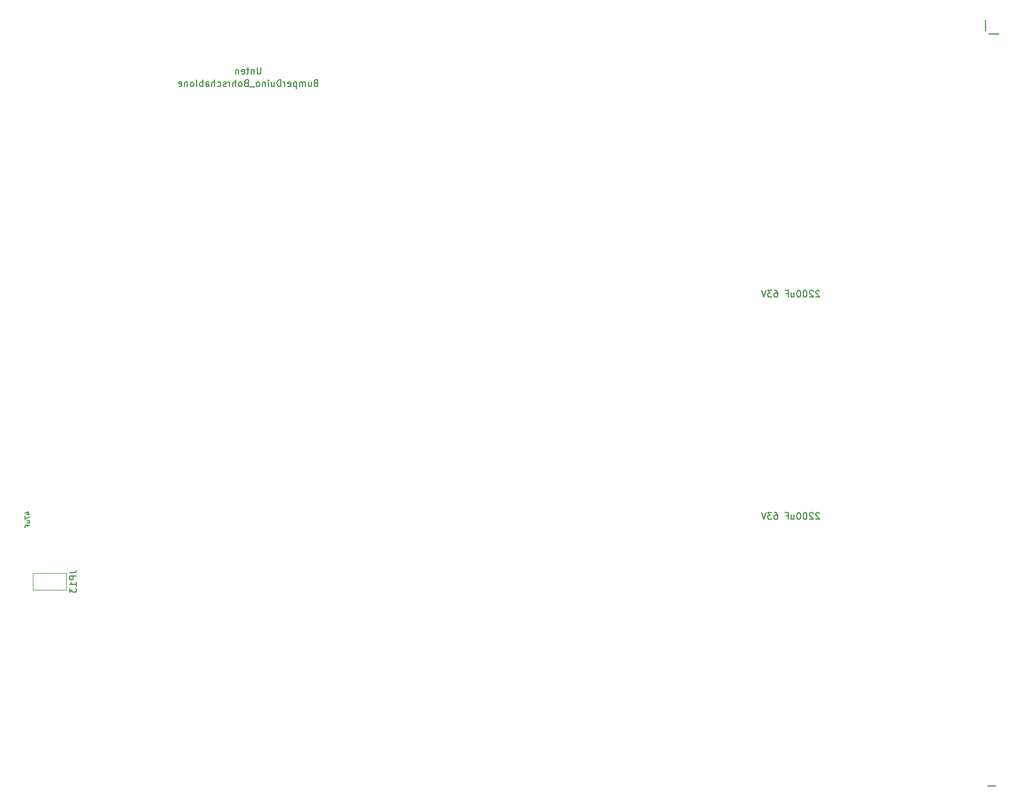
<source format=gbr>
G04 #@! TF.GenerationSoftware,KiCad,Pcbnew,(5.99.0-7935-g797175e0f2)*
G04 #@! TF.CreationDate,2021-01-18T22:07:50+01:00*
G04 #@! TF.ProjectId,ardumower mega shield svn,61726475-6d6f-4776-9572-206d65676120,1.4*
G04 #@! TF.SameCoordinates,PXc1c960PY8a12ae0*
G04 #@! TF.FileFunction,AssemblyDrawing,Bot*
%FSLAX46Y46*%
G04 Gerber Fmt 4.6, Leading zero omitted, Abs format (unit mm)*
G04 Created by KiCad (PCBNEW (5.99.0-7935-g797175e0f2)) date 2021-01-18 22:07:50*
%MOMM*%
%LPD*%
G01*
G04 APERTURE LIST*
%ADD10C,0.200000*%
%ADD11C,0.150000*%
%ADD12C,0.100000*%
G04 APERTURE END LIST*
D10*
X258064000Y0D02*
X258064000Y127000D01*
X257048000Y114300000D02*
X258572000Y114300000D01*
X256540000Y116459000D02*
X256540000Y116332000D01*
X256540000Y114808000D02*
X256540000Y116459000D01*
X256921000Y0D02*
X258064000Y0D01*
D11*
X231306142Y41473381D02*
X231258523Y41521000D01*
X231163285Y41568620D01*
X230925190Y41568620D01*
X230829952Y41521000D01*
X230782333Y41473381D01*
X230734714Y41378143D01*
X230734714Y41282905D01*
X230782333Y41140048D01*
X231353761Y40568620D01*
X230734714Y40568620D01*
X230353761Y41473381D02*
X230306142Y41521000D01*
X230210904Y41568620D01*
X229972809Y41568620D01*
X229877571Y41521000D01*
X229829952Y41473381D01*
X229782333Y41378143D01*
X229782333Y41282905D01*
X229829952Y41140048D01*
X230401380Y40568620D01*
X229782333Y40568620D01*
X229163285Y41568620D02*
X229068047Y41568620D01*
X228972809Y41521000D01*
X228925190Y41473381D01*
X228877571Y41378143D01*
X228829952Y41187667D01*
X228829952Y40949572D01*
X228877571Y40759096D01*
X228925190Y40663858D01*
X228972809Y40616239D01*
X229068047Y40568620D01*
X229163285Y40568620D01*
X229258523Y40616239D01*
X229306142Y40663858D01*
X229353761Y40759096D01*
X229401380Y40949572D01*
X229401380Y41187667D01*
X229353761Y41378143D01*
X229306142Y41473381D01*
X229258523Y41521000D01*
X229163285Y41568620D01*
X228210904Y41568620D02*
X228115666Y41568620D01*
X228020428Y41521000D01*
X227972809Y41473381D01*
X227925190Y41378143D01*
X227877571Y41187667D01*
X227877571Y40949572D01*
X227925190Y40759096D01*
X227972809Y40663858D01*
X228020428Y40616239D01*
X228115666Y40568620D01*
X228210904Y40568620D01*
X228306142Y40616239D01*
X228353761Y40663858D01*
X228401380Y40759096D01*
X228449000Y40949572D01*
X228449000Y41187667D01*
X228401380Y41378143D01*
X228353761Y41473381D01*
X228306142Y41521000D01*
X228210904Y41568620D01*
X227020428Y41235286D02*
X227020428Y40568620D01*
X227449000Y41235286D02*
X227449000Y40711477D01*
X227401380Y40616239D01*
X227306142Y40568620D01*
X227163285Y40568620D01*
X227068047Y40616239D01*
X227020428Y40663858D01*
X226210904Y41092429D02*
X226544238Y41092429D01*
X226544238Y40568620D02*
X226544238Y41568620D01*
X226068047Y41568620D01*
X224496619Y41568620D02*
X224687095Y41568620D01*
X224782333Y41521000D01*
X224829952Y41473381D01*
X224925190Y41330524D01*
X224972809Y41140048D01*
X224972809Y40759096D01*
X224925190Y40663858D01*
X224877571Y40616239D01*
X224782333Y40568620D01*
X224591857Y40568620D01*
X224496619Y40616239D01*
X224449000Y40663858D01*
X224401380Y40759096D01*
X224401380Y40997191D01*
X224449000Y41092429D01*
X224496619Y41140048D01*
X224591857Y41187667D01*
X224782333Y41187667D01*
X224877571Y41140048D01*
X224925190Y41092429D01*
X224972809Y40997191D01*
X224068047Y41568620D02*
X223449000Y41568620D01*
X223782333Y41187667D01*
X223639476Y41187667D01*
X223544238Y41140048D01*
X223496619Y41092429D01*
X223449000Y40997191D01*
X223449000Y40759096D01*
X223496619Y40663858D01*
X223544238Y40616239D01*
X223639476Y40568620D01*
X223925190Y40568620D01*
X224020428Y40616239D01*
X224068047Y40663858D01*
X223163285Y41568620D02*
X222829952Y40568620D01*
X222496619Y41568620D01*
X231306142Y75255381D02*
X231258523Y75303000D01*
X231163285Y75350620D01*
X230925190Y75350620D01*
X230829952Y75303000D01*
X230782333Y75255381D01*
X230734714Y75160143D01*
X230734714Y75064905D01*
X230782333Y74922048D01*
X231353761Y74350620D01*
X230734714Y74350620D01*
X230353761Y75255381D02*
X230306142Y75303000D01*
X230210904Y75350620D01*
X229972809Y75350620D01*
X229877571Y75303000D01*
X229829952Y75255381D01*
X229782333Y75160143D01*
X229782333Y75064905D01*
X229829952Y74922048D01*
X230401380Y74350620D01*
X229782333Y74350620D01*
X229163285Y75350620D02*
X229068047Y75350620D01*
X228972809Y75303000D01*
X228925190Y75255381D01*
X228877571Y75160143D01*
X228829952Y74969667D01*
X228829952Y74731572D01*
X228877571Y74541096D01*
X228925190Y74445858D01*
X228972809Y74398239D01*
X229068047Y74350620D01*
X229163285Y74350620D01*
X229258523Y74398239D01*
X229306142Y74445858D01*
X229353761Y74541096D01*
X229401380Y74731572D01*
X229401380Y74969667D01*
X229353761Y75160143D01*
X229306142Y75255381D01*
X229258523Y75303000D01*
X229163285Y75350620D01*
X228210904Y75350620D02*
X228115666Y75350620D01*
X228020428Y75303000D01*
X227972809Y75255381D01*
X227925190Y75160143D01*
X227877571Y74969667D01*
X227877571Y74731572D01*
X227925190Y74541096D01*
X227972809Y74445858D01*
X228020428Y74398239D01*
X228115666Y74350620D01*
X228210904Y74350620D01*
X228306142Y74398239D01*
X228353761Y74445858D01*
X228401380Y74541096D01*
X228449000Y74731572D01*
X228449000Y74969667D01*
X228401380Y75160143D01*
X228353761Y75255381D01*
X228306142Y75303000D01*
X228210904Y75350620D01*
X227020428Y75017286D02*
X227020428Y74350620D01*
X227449000Y75017286D02*
X227449000Y74493477D01*
X227401380Y74398239D01*
X227306142Y74350620D01*
X227163285Y74350620D01*
X227068047Y74398239D01*
X227020428Y74445858D01*
X226210904Y74874429D02*
X226544238Y74874429D01*
X226544238Y74350620D02*
X226544238Y75350620D01*
X226068047Y75350620D01*
X224496619Y75350620D02*
X224687095Y75350620D01*
X224782333Y75303000D01*
X224829952Y75255381D01*
X224925190Y75112524D01*
X224972809Y74922048D01*
X224972809Y74541096D01*
X224925190Y74445858D01*
X224877571Y74398239D01*
X224782333Y74350620D01*
X224591857Y74350620D01*
X224496619Y74398239D01*
X224449000Y74445858D01*
X224401380Y74541096D01*
X224401380Y74779191D01*
X224449000Y74874429D01*
X224496619Y74922048D01*
X224591857Y74969667D01*
X224782333Y74969667D01*
X224877571Y74922048D01*
X224925190Y74874429D01*
X224972809Y74779191D01*
X224068047Y75350620D02*
X223449000Y75350620D01*
X223782333Y74969667D01*
X223639476Y74969667D01*
X223544238Y74922048D01*
X223496619Y74874429D01*
X223449000Y74779191D01*
X223449000Y74541096D01*
X223496619Y74445858D01*
X223544238Y74398239D01*
X223639476Y74350620D01*
X223925190Y74350620D01*
X224020428Y74398239D01*
X224068047Y74445858D01*
X223163285Y75350620D02*
X222829952Y74350620D01*
X222496619Y75350620D01*
X154740285Y106878429D02*
X154597428Y106830810D01*
X154549809Y106783191D01*
X154502190Y106687953D01*
X154502190Y106545096D01*
X154549809Y106449858D01*
X154597428Y106402239D01*
X154692666Y106354620D01*
X155073619Y106354620D01*
X155073619Y107354620D01*
X154740285Y107354620D01*
X154645047Y107307000D01*
X154597428Y107259381D01*
X154549809Y107164143D01*
X154549809Y107068905D01*
X154597428Y106973667D01*
X154645047Y106926048D01*
X154740285Y106878429D01*
X155073619Y106878429D01*
X153645047Y107021286D02*
X153645047Y106354620D01*
X154073619Y107021286D02*
X154073619Y106497477D01*
X154026000Y106402239D01*
X153930761Y106354620D01*
X153787904Y106354620D01*
X153692666Y106402239D01*
X153645047Y106449858D01*
X153168857Y106354620D02*
X153168857Y107021286D01*
X153168857Y106926048D02*
X153121238Y106973667D01*
X153026000Y107021286D01*
X152883142Y107021286D01*
X152787904Y106973667D01*
X152740285Y106878429D01*
X152740285Y106354620D01*
X152740285Y106878429D02*
X152692666Y106973667D01*
X152597428Y107021286D01*
X152454571Y107021286D01*
X152359333Y106973667D01*
X152311714Y106878429D01*
X152311714Y106354620D01*
X151835523Y107021286D02*
X151835523Y106021286D01*
X151835523Y106973667D02*
X151740285Y107021286D01*
X151549809Y107021286D01*
X151454571Y106973667D01*
X151406952Y106926048D01*
X151359333Y106830810D01*
X151359333Y106545096D01*
X151406952Y106449858D01*
X151454571Y106402239D01*
X151549809Y106354620D01*
X151740285Y106354620D01*
X151835523Y106402239D01*
X150549809Y106402239D02*
X150645047Y106354620D01*
X150835523Y106354620D01*
X150930761Y106402239D01*
X150978380Y106497477D01*
X150978380Y106878429D01*
X150930761Y106973667D01*
X150835523Y107021286D01*
X150645047Y107021286D01*
X150549809Y106973667D01*
X150502190Y106878429D01*
X150502190Y106783191D01*
X150978380Y106687953D01*
X150073619Y106354620D02*
X150073619Y107021286D01*
X150073619Y106830810D02*
X150026000Y106926048D01*
X149978380Y106973667D01*
X149883142Y107021286D01*
X149787904Y107021286D01*
X149454571Y106354620D02*
X149454571Y107354620D01*
X149216476Y107354620D01*
X149073619Y107307000D01*
X148978380Y107211762D01*
X148930761Y107116524D01*
X148883142Y106926048D01*
X148883142Y106783191D01*
X148930761Y106592715D01*
X148978380Y106497477D01*
X149073619Y106402239D01*
X149216476Y106354620D01*
X149454571Y106354620D01*
X148026000Y107021286D02*
X148026000Y106354620D01*
X148454571Y107021286D02*
X148454571Y106497477D01*
X148406952Y106402239D01*
X148311714Y106354620D01*
X148168857Y106354620D01*
X148073619Y106402239D01*
X148026000Y106449858D01*
X147549809Y106354620D02*
X147549809Y107021286D01*
X147549809Y107354620D02*
X147597428Y107307000D01*
X147549809Y107259381D01*
X147502190Y107307000D01*
X147549809Y107354620D01*
X147549809Y107259381D01*
X147073619Y107021286D02*
X147073619Y106354620D01*
X147073619Y106926048D02*
X147026000Y106973667D01*
X146930761Y107021286D01*
X146787904Y107021286D01*
X146692666Y106973667D01*
X146645047Y106878429D01*
X146645047Y106354620D01*
X146026000Y106354620D02*
X146121238Y106402239D01*
X146168857Y106449858D01*
X146216476Y106545096D01*
X146216476Y106830810D01*
X146168857Y106926048D01*
X146121238Y106973667D01*
X146026000Y107021286D01*
X145883142Y107021286D01*
X145787904Y106973667D01*
X145740285Y106926048D01*
X145692666Y106830810D01*
X145692666Y106545096D01*
X145740285Y106449858D01*
X145787904Y106402239D01*
X145883142Y106354620D01*
X146026000Y106354620D01*
X145502190Y106259381D02*
X144740285Y106259381D01*
X144168857Y106878429D02*
X144026000Y106830810D01*
X143978380Y106783191D01*
X143930761Y106687953D01*
X143930761Y106545096D01*
X143978380Y106449858D01*
X144026000Y106402239D01*
X144121238Y106354620D01*
X144502190Y106354620D01*
X144502190Y107354620D01*
X144168857Y107354620D01*
X144073619Y107307000D01*
X144026000Y107259381D01*
X143978380Y107164143D01*
X143978380Y107068905D01*
X144026000Y106973667D01*
X144073619Y106926048D01*
X144168857Y106878429D01*
X144502190Y106878429D01*
X143359333Y106354620D02*
X143454571Y106402239D01*
X143502190Y106449858D01*
X143549809Y106545096D01*
X143549809Y106830810D01*
X143502190Y106926048D01*
X143454571Y106973667D01*
X143359333Y107021286D01*
X143216476Y107021286D01*
X143121238Y106973667D01*
X143073619Y106926048D01*
X143026000Y106830810D01*
X143026000Y106545096D01*
X143073619Y106449858D01*
X143121238Y106402239D01*
X143216476Y106354620D01*
X143359333Y106354620D01*
X142597428Y106354620D02*
X142597428Y107354620D01*
X142168857Y106354620D02*
X142168857Y106878429D01*
X142216476Y106973667D01*
X142311714Y107021286D01*
X142454571Y107021286D01*
X142549809Y106973667D01*
X142597428Y106926048D01*
X141692666Y106354620D02*
X141692666Y107021286D01*
X141692666Y106830810D02*
X141645047Y106926048D01*
X141597428Y106973667D01*
X141502190Y107021286D01*
X141406952Y107021286D01*
X141121238Y106402239D02*
X141026000Y106354620D01*
X140835523Y106354620D01*
X140740285Y106402239D01*
X140692666Y106497477D01*
X140692666Y106545096D01*
X140740285Y106640334D01*
X140835523Y106687953D01*
X140978380Y106687953D01*
X141073619Y106735572D01*
X141121238Y106830810D01*
X141121238Y106878429D01*
X141073619Y106973667D01*
X140978380Y107021286D01*
X140835523Y107021286D01*
X140740285Y106973667D01*
X139835523Y106402239D02*
X139930761Y106354620D01*
X140121238Y106354620D01*
X140216476Y106402239D01*
X140264095Y106449858D01*
X140311714Y106545096D01*
X140311714Y106830810D01*
X140264095Y106926048D01*
X140216476Y106973667D01*
X140121238Y107021286D01*
X139930761Y107021286D01*
X139835523Y106973667D01*
X139406952Y106354620D02*
X139406952Y107354620D01*
X138978380Y106354620D02*
X138978380Y106878429D01*
X139026000Y106973667D01*
X139121238Y107021286D01*
X139264095Y107021286D01*
X139359333Y106973667D01*
X139406952Y106926048D01*
X138073619Y106354620D02*
X138073619Y106878429D01*
X138121238Y106973667D01*
X138216476Y107021286D01*
X138406952Y107021286D01*
X138502190Y106973667D01*
X138073619Y106402239D02*
X138168857Y106354620D01*
X138406952Y106354620D01*
X138502190Y106402239D01*
X138549809Y106497477D01*
X138549809Y106592715D01*
X138502190Y106687953D01*
X138406952Y106735572D01*
X138168857Y106735572D01*
X138073619Y106783191D01*
X137597428Y106354620D02*
X137597428Y107354620D01*
X137597428Y106973667D02*
X137502190Y107021286D01*
X137311714Y107021286D01*
X137216476Y106973667D01*
X137168857Y106926048D01*
X137121238Y106830810D01*
X137121238Y106545096D01*
X137168857Y106449858D01*
X137216476Y106402239D01*
X137311714Y106354620D01*
X137502190Y106354620D01*
X137597428Y106402239D01*
X136549809Y106354620D02*
X136645047Y106402239D01*
X136692666Y106497477D01*
X136692666Y107354620D01*
X136026000Y106354620D02*
X136121238Y106402239D01*
X136168857Y106449858D01*
X136216476Y106545096D01*
X136216476Y106830810D01*
X136168857Y106926048D01*
X136121238Y106973667D01*
X136026000Y107021286D01*
X135883142Y107021286D01*
X135787904Y106973667D01*
X135740285Y106926048D01*
X135692666Y106830810D01*
X135692666Y106545096D01*
X135740285Y106449858D01*
X135787904Y106402239D01*
X135883142Y106354620D01*
X136026000Y106354620D01*
X135264095Y107021286D02*
X135264095Y106354620D01*
X135264095Y106926048D02*
X135216476Y106973667D01*
X135121238Y107021286D01*
X134978380Y107021286D01*
X134883142Y106973667D01*
X134835523Y106878429D01*
X134835523Y106354620D01*
X133978380Y106402239D02*
X134073619Y106354620D01*
X134264095Y106354620D01*
X134359333Y106402239D01*
X134406952Y106497477D01*
X134406952Y106878429D01*
X134359333Y106973667D01*
X134264095Y107021286D01*
X134073619Y107021286D01*
X133978380Y106973667D01*
X133930761Y106878429D01*
X133930761Y106783191D01*
X134406952Y106687953D01*
X146430761Y109259620D02*
X146430761Y108450096D01*
X146383142Y108354858D01*
X146335523Y108307239D01*
X146240285Y108259620D01*
X146049809Y108259620D01*
X145954571Y108307239D01*
X145906952Y108354858D01*
X145859333Y108450096D01*
X145859333Y109259620D01*
X145383142Y108926286D02*
X145383142Y108259620D01*
X145383142Y108831048D02*
X145335523Y108878667D01*
X145240285Y108926286D01*
X145097428Y108926286D01*
X145002190Y108878667D01*
X144954571Y108783429D01*
X144954571Y108259620D01*
X144621238Y108926286D02*
X144240285Y108926286D01*
X144478380Y109259620D02*
X144478380Y108402477D01*
X144430761Y108307239D01*
X144335523Y108259620D01*
X144240285Y108259620D01*
X143526000Y108307239D02*
X143621238Y108259620D01*
X143811714Y108259620D01*
X143906952Y108307239D01*
X143954571Y108402477D01*
X143954571Y108783429D01*
X143906952Y108878667D01*
X143811714Y108926286D01*
X143621238Y108926286D01*
X143526000Y108878667D01*
X143478380Y108783429D01*
X143478380Y108688191D01*
X143954571Y108592953D01*
X143049809Y108926286D02*
X143049809Y108259620D01*
X143049809Y108831048D02*
X143002190Y108878667D01*
X142906952Y108926286D01*
X142764095Y108926286D01*
X142668857Y108878667D01*
X142621238Y108783429D01*
X142621238Y108259620D01*
X110824000Y41353667D02*
X111290666Y41353667D01*
X110557333Y41520334D02*
X111057333Y41687000D01*
X111057333Y41253667D01*
X110590666Y41053667D02*
X110590666Y40587000D01*
X111290666Y40887000D01*
X110824000Y40020334D02*
X111290666Y40020334D01*
X110824000Y40320334D02*
X111190666Y40320334D01*
X111257333Y40287000D01*
X111290666Y40220334D01*
X111290666Y40120334D01*
X111257333Y40053667D01*
X111224000Y40020334D01*
X110924000Y39453667D02*
X110924000Y39687000D01*
X111290666Y39687000D02*
X110590666Y39687000D01*
X110590666Y39353667D01*
X117352380Y32424524D02*
X118066666Y32424524D01*
X118209523Y32472143D01*
X118304761Y32567381D01*
X118352380Y32710239D01*
X118352380Y32805477D01*
X118352380Y31948334D02*
X117352380Y31948334D01*
X117352380Y31567381D01*
X117400000Y31472143D01*
X117447619Y31424524D01*
X117542857Y31376905D01*
X117685714Y31376905D01*
X117780952Y31424524D01*
X117828571Y31472143D01*
X117876190Y31567381D01*
X117876190Y31948334D01*
X118352380Y30424524D02*
X118352380Y30995953D01*
X118352380Y30710239D02*
X117352380Y30710239D01*
X117495238Y30805477D01*
X117590476Y30900715D01*
X117638095Y30995953D01*
X117352380Y30091191D02*
X117352380Y29472143D01*
X117733333Y29805477D01*
X117733333Y29662620D01*
X117780952Y29567381D01*
X117828571Y29519762D01*
X117923809Y29472143D01*
X118161904Y29472143D01*
X118257142Y29519762D01*
X118304761Y29567381D01*
X118352380Y29662620D01*
X118352380Y29948334D01*
X118304761Y30043572D01*
X118257142Y30091191D01*
D12*
X116840000Y29845000D02*
X111760000Y29845000D01*
X111760000Y32385000D02*
X116840000Y32385000D01*
X116840000Y32385000D02*
X116840000Y29845000D01*
X111760000Y29845000D02*
X111760000Y32385000D01*
M02*

</source>
